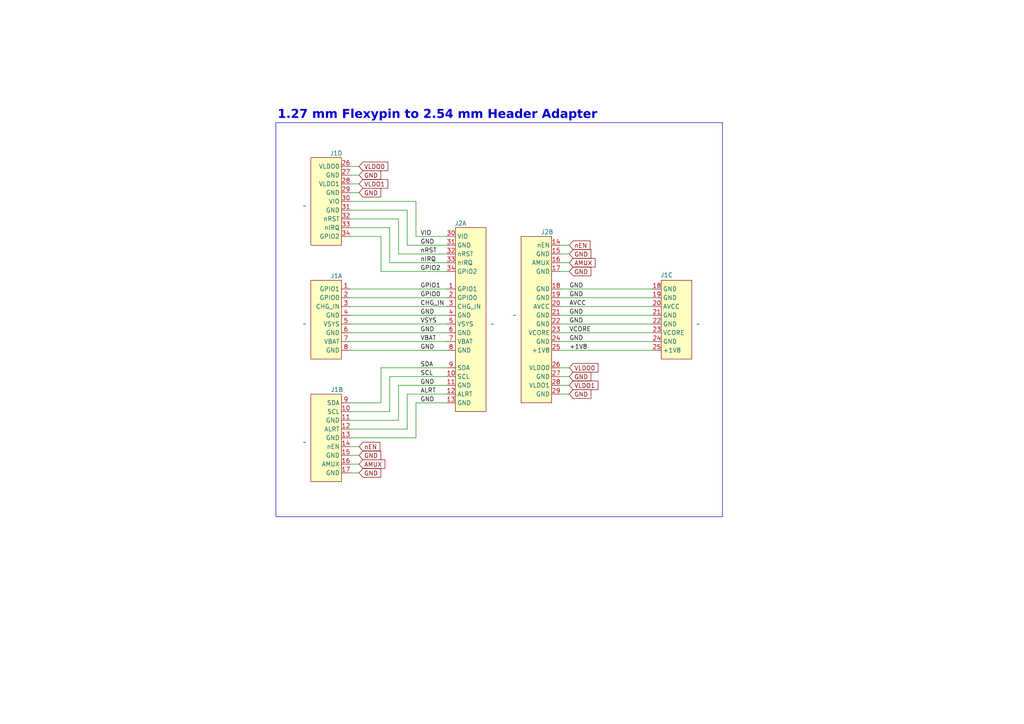
<source format=kicad_sch>
(kicad_sch (version 20231120) (generator "eeschema") (generator_version "8.0")
  (paper "A4")
  (title_block (title "[1] 1.27 mm Flexypin to 2.54 mm Header Adapter") (rev "0.1") (company "Embedded Systems Laboratory - EPFL"))
  (lib_symbols
    (symbol "HeepoMind_SchLib:Power_Board_Header_Conn_2.54mm"
      (property "Reference" "J" (at 0.762 1.27 0))
      (symbol "Power_Board_Header_Conn_2.54mm_1_1"
        (rectangle (start 0 0) (end 8.89 -53.34) (stroke (width 0) (color 128 0 0 1)) (fill (type background)))
        (pin passive line (at -2.54 -17.78 0) (length 2.54) (name "GPIO1") (number "1"))
        (pin passive line (at -2.54 -43.18 0) (length 2.54) (name "SCL") (number "10"))
        (pin passive line (at -2.54 -45.72 0) (length 2.54) (name "GND") (number "11"))
        (pin passive line (at -2.54 -48.26 0) (length 2.54) (name "ALRT") (number "12"))
        (pin passive line (at -2.54 -50.8 0) (length 2.54) (name "GND") (number "13"))
        (pin passive line (at -2.54 -20.32 0) (length 2.54) (name "GPIO0") (number "2"))
        (pin passive line (at -2.54 -22.86 0) (length 2.54) (name "CHG_IN") (number "3"))
        (pin passive line (at -2.54 -2.54 0) (length 2.54) (name "VIO") (number "30"))
        (pin passive line (at -2.54 -5.08 0) (length 2.54) (name "GND") (number "31"))
        (pin passive line (at -2.54 -7.62 0) (length 2.54) (name "nRST") (number "32"))
        (pin passive line (at -2.54 -10.16 0) (length 2.54) (name "nIRQ") (number "33"))
        (pin passive line (at -2.54 -12.7 0) (length 2.54) (name "GPIO2") (number "34"))
        (pin passive line (at -2.54 -25.4 0) (length 2.54) (name "GND") (number "4"))
        (pin passive line (at -2.54 -27.94 0) (length 2.54) (name "VSYS") (number "5"))
        (pin passive line (at -2.54 -30.48 0) (length 2.54) (name "GND") (number "6"))
        (pin passive line (at -2.54 -33.02 0) (length 2.54) (name "VBAT") (number "7"))
        (pin passive line (at -2.54 -35.56 0) (length 2.54) (name "GND") (number "8"))
        (pin passive line (at -2.54 -40.64 0) (length 2.54) (name "SDA") (number "9"))
      )
      (symbol "Power_Board_Header_Conn_2.54mm_2_1"
        (rectangle (start 0 0) (end 8.89 -48.26) (stroke (width 0) (color 128 0 0 1)) (fill (type background)))
        (pin passive line (at -2.54 -45.72 0) (length 2.54) (name "nEN") (number "14"))
        (pin passive line (at -2.54 -43.18 0) (length 2.54) (name "GND") (number "15"))
        (pin passive line (at -2.54 -40.64 0) (length 2.54) (name "AMUX") (number "16"))
        (pin passive line (at -2.54 -38.1 0) (length 2.54) (name "GND") (number "17"))
        (pin passive line (at -2.54 -33.02 0) (length 2.54) (name "GND") (number "18"))
        (pin passive line (at -2.54 -30.48 0) (length 2.54) (name "GND") (number "19"))
        (pin passive line (at -2.54 -27.94 0) (length 2.54) (name "AVCC") (number "20"))
        (pin passive line (at -2.54 -25.4 0) (length 2.54) (name "GND") (number "21"))
        (pin passive line (at -2.54 -22.86 0) (length 2.54) (name "GND") (number "22"))
        (pin passive line (at -2.54 -20.32 0) (length 2.54) (name "VCORE") (number "23"))
        (pin passive line (at -2.54 -17.78 0) (length 2.54) (name "GND") (number "24"))
        (pin passive line (at -2.54 -15.24 0) (length 2.54) (name "+1V8") (number "25"))
        (pin passive line (at -2.54 -10.16 0) (length 2.54) (name "VLDO0") (number "26"))
        (pin passive line (at -2.54 -7.62 0) (length 2.54) (name "GND") (number "27"))
        (pin passive line (at -2.54 -5.08 0) (length 2.54) (name "VLDO1") (number "28"))
        (pin passive line (at -2.54 -2.54 0) (length 2.54) (name "GND") (number "29"))
      )
    )
    (symbol "HeepoMind_SchLib:Power_Board_Socket_Conn_1.27mm" (in_bom no)
      (property "Reference" "J" (at 0.508 1.778 0))
      (symbol "Power_Board_Socket_Conn_1.27mm_1_1"
        (rectangle (start 0 0) (end 8.89 -22.86) (stroke (width 0) (color 128 0 0 1)) (fill (type background)))
        (pin passive line (at -2.54 -2.54 0) (length 2.54) (name "GPIO1") (number "1"))
        (pin passive line (at -2.54 -5.08 0) (length 2.54) (name "GPIO0") (number "2"))
        (pin passive line (at -2.54 -7.62 0) (length 2.54) (name "CHG_IN") (number "3"))
        (pin passive line (at -2.54 -10.16 0) (length 2.54) (name "GND") (number "4"))
        (pin passive line (at -2.54 -12.7 0) (length 2.54) (name "VSYS") (number "5"))
        (pin passive line (at -2.54 -15.24 0) (length 2.54) (name "GND") (number "6"))
        (pin passive line (at -2.54 -17.78 0) (length 2.54) (name "VBAT") (number "7"))
        (pin passive line (at -2.54 -20.32 0) (length 2.54) (name "GND") (number "8"))
      )
      (symbol "Power_Board_Socket_Conn_1.27mm_2_1"
        (rectangle (start 0 0) (end 8.89 -25.4) (stroke (width 0) (color 128 0 0 1)) (fill (type background)))
        (pin passive line (at -2.54 -5.08 0) (length 2.54) (name "SCL") (number "10"))
        (pin passive line (at -2.54 -7.62 0) (length 2.54) (name "GND") (number "11"))
        (pin passive line (at -2.54 -10.16 0) (length 2.54) (name "ALRT") (number "12"))
        (pin passive line (at -2.54 -12.7 0) (length 2.54) (name "GND") (number "13"))
        (pin passive line (at -2.54 -15.24 0) (length 2.54) (name "nEN") (number "14"))
        (pin passive line (at -2.54 -17.78 0) (length 2.54) (name "GND") (number "15"))
        (pin passive line (at -2.54 -20.32 0) (length 2.54) (name "AMUX") (number "16"))
        (pin passive line (at -2.54 -22.86 0) (length 2.54) (name "GND") (number "17"))
        (pin passive line (at -2.54 -2.54 0) (length 2.54) (name "SDA") (number "9"))
      )
      (symbol "Power_Board_Socket_Conn_1.27mm_3_1"
        (rectangle (start 0 0) (end 8.89 -22.86) (stroke (width 0) (color 128 0 0 1)) (fill (type background)))
        (pin passive line (at -2.54 -2.54 0) (length 2.54) (name "GND") (number "18"))
        (pin passive line (at -2.54 -5.08 0) (length 2.54) (name "GND") (number "19"))
        (pin passive line (at -2.54 -7.62 0) (length 2.54) (name "AVCC") (number "20"))
        (pin passive line (at -2.54 -10.16 0) (length 2.54) (name "GND") (number "21"))
        (pin passive line (at -2.54 -12.7 0) (length 2.54) (name "GND") (number "22"))
        (pin passive line (at -2.54 -15.24 0) (length 2.54) (name "VCORE") (number "23"))
        (pin passive line (at -2.54 -17.78 0) (length 2.54) (name "GND") (number "24"))
        (pin passive line (at -2.54 -20.32 0) (length 2.54) (name "+1V8") (number "25"))
      )
      (symbol "Power_Board_Socket_Conn_1.27mm_4_1"
        (rectangle (start 0 0) (end 8.89 -25.4) (stroke (width 0) (color 128 0 0 1)) (fill (type background)))
        (pin passive line (at -2.54 -2.54 0) (length 2.54) (name "VLDO0") (number "26"))
        (pin passive line (at -2.54 -5.08 0) (length 2.54) (name "GND") (number "27"))
        (pin passive line (at -2.54 -7.62 0) (length 2.54) (name "VLDO1") (number "28"))
        (pin passive line (at -2.54 -10.16 0) (length 2.54) (name "GND") (number "29"))
        (pin passive line (at -2.54 -12.7 0) (length 2.54) (name "VIO") (number "30"))
        (pin passive line (at -2.54 -15.24 0) (length 2.54) (name "GND") (number "31"))
        (pin passive line (at -2.54 -17.78 0) (length 2.54) (name "nRST") (number "32"))
        (pin passive line (at -2.54 -20.32 0) (length 2.54) (name "nIRQ") (number "33"))
        (pin passive line (at -2.54 -22.86 0) (length 2.54) (name "GPIO2") (number "34"))
      )
    )
  )
  (wire (pts (xy 101.6 83.82) (xy 129.54 83.82)))
  (wire (pts (xy 101.6 50.8) (xy 104.14 50.8)))
  (wire (pts (xy 165.1 109.22) (xy 162.56 109.22)))
  (wire (pts (xy 110.49 116.84) (xy 110.49 106.68)))
  (wire (pts (xy 101.6 86.36) (xy 129.54 86.36)))
  (wire (pts (xy 165.1 106.68) (xy 162.56 106.68)))
  (wire (pts (xy 110.49 68.58) (xy 110.49 78.74)))
  (wire (pts (xy 115.57 63.5) (xy 115.57 73.66)))
  (wire (pts (xy 113.03 119.38) (xy 113.03 109.22)))
  (wire (pts (xy 118.11 60.96) (xy 118.11 71.12)))
  (wire (pts (xy 113.03 76.2) (xy 129.54 76.2)))
  (wire (pts (xy 101.6 101.6) (xy 129.54 101.6)))
  (wire (pts (xy 110.49 106.68) (xy 129.54 106.68)))
  (wire (pts (xy 120.65 58.42) (xy 120.65 68.58)))
  (wire (pts (xy 101.6 119.38) (xy 113.03 119.38)))
  (wire (pts (xy 101.6 99.06) (xy 129.54 99.06)))
  (wire (pts (xy 165.1 76.2) (xy 162.56 76.2)))
  (wire (pts (xy 189.23 93.98) (xy 162.56 93.98)))
  (wire (pts (xy 101.6 66.04) (xy 113.03 66.04)))
  (wire (pts (xy 115.57 73.66) (xy 129.54 73.66)))
  (wire (pts (xy 101.6 93.98) (xy 129.54 93.98)))
  (wire (pts (xy 189.23 83.82) (xy 162.56 83.82)))
  (wire (pts (xy 101.6 121.92) (xy 115.57 121.92)))
  (wire (pts (xy 101.6 96.52) (xy 129.54 96.52)))
  (wire (pts (xy 120.65 127) (xy 120.65 116.84)))
  (wire (pts (xy 162.56 99.06) (xy 189.23 99.06)))
  (wire (pts (xy 165.1 114.3) (xy 162.56 114.3)))
  (wire (pts (xy 110.49 78.74) (xy 129.54 78.74)))
  (wire (pts (xy 120.65 116.84) (xy 129.54 116.84)))
  (wire (pts (xy 189.23 88.9) (xy 162.56 88.9)))
  (wire (pts (xy 189.23 86.36) (xy 162.56 86.36)))
  (wire (pts (xy 101.6 88.9) (xy 129.54 88.9)))
  (wire (pts (xy 189.23 91.44) (xy 162.56 91.44)))
  (wire (pts (xy 101.6 60.96) (xy 118.11 60.96)))
  (wire (pts (xy 118.11 71.12) (xy 129.54 71.12)))
  (wire (pts (xy 165.1 111.76) (xy 162.56 111.76)))
  (wire (pts (xy 101.6 53.34) (xy 104.14 53.34)))
  (wire (pts (xy 101.6 116.84) (xy 110.49 116.84)))
  (wire (pts (xy 101.6 48.26) (xy 104.14 48.26)))
  (wire (pts (xy 118.11 114.3) (xy 129.54 114.3)))
  (wire (pts (xy 189.23 96.52) (xy 162.56 96.52)))
  (wire (pts (xy 101.6 124.46) (xy 118.11 124.46)))
  (wire (pts (xy 113.03 109.22) (xy 129.54 109.22)))
  (wire (pts (xy 165.1 78.74) (xy 162.56 78.74)))
  (wire (pts (xy 101.6 127) (xy 120.65 127)))
  (wire (pts (xy 120.65 68.58) (xy 129.54 68.58)))
  (wire (pts (xy 118.11 124.46) (xy 118.11 114.3)))
  (wire (pts (xy 104.14 134.62) (xy 101.6 134.62)))
  (wire (pts (xy 189.23 101.6) (xy 162.56 101.6)))
  (wire (pts (xy 104.14 137.16) (xy 101.6 137.16)))
  (wire (pts (xy 165.1 71.12) (xy 162.56 71.12)))
  (wire (pts (xy 115.57 111.76) (xy 129.54 111.76)))
  (wire (pts (xy 101.6 68.58) (xy 110.49 68.58)))
  (wire (pts (xy 101.6 55.88) (xy 104.14 55.88)))
  (wire (pts (xy 101.6 63.5) (xy 115.57 63.5)))
  (wire (pts (xy 101.6 91.44) (xy 129.54 91.44)))
  (wire (pts (xy 165.1 73.66) (xy 162.56 73.66)))
  (wire (pts (xy 104.14 129.54) (xy 101.6 129.54)))
  (wire (pts (xy 101.6 58.42) (xy 120.65 58.42)))
  (wire (pts (xy 113.03 66.04) (xy 113.03 76.2)))
  (wire (pts (xy 104.14 132.08) (xy 101.6 132.08)))
  (wire (pts (xy 115.57 121.92) (xy 115.57 111.76)))
  (rectangle (start 80.01 35.56) (end 209.55 149.86))
  (text "1.27 mm Flexypin to 2.54 mm Header Adapter" (at 80.518 34.036 0) (effects (font (size 2.54 2.54) (thickness 0.254) (bold yes) (italic yes)) (justify left)))
  (label "GND" (at 121.92 96.52 0))
  (label "VCORE" (at 165.1 96.52 0))
  (label "nRST" (at 121.92 73.66 0))
  (label "GPIO2" (at 121.92 78.74 0))
  (label "nIRQ" (at 121.92 76.2 0))
  (label "+1V8" (at 165.1 101.6 0))
  (label "VSYS" (at 121.92 93.98 0))
  (label "GPIO0" (at 121.92 86.36 0))
  (label "GND" (at 165.1 93.98 0))
  (label "ALRT" (at 121.92 114.3 0))
  (label "AVCC" (at 165.1 88.9 0))
  (label "VBAT" (at 121.92 99.06 0))
  (label "CHG_IN" (at 121.92 88.9 0))
  (label "GND" (at 121.92 71.12 0))
  (label "GND" (at 121.92 101.6 0))
  (label "GND" (at 165.1 86.36 0))
  (label "SDA" (at 121.92 106.68 0))
  (label "GND" (at 165.1 83.82 0))
  (label "VIO" (at 121.92 68.58 0))
  (label "GND" (at 121.92 91.44 0))
  (label "GND" (at 165.1 91.44 0))
  (label "GND" (at 121.92 111.76 0))
  (label "GPIO1" (at 121.92 83.82 0))
  (label "GND" (at 121.92 116.84 0))
  (label "GND" (at 165.1 99.06 0))
  (label "SCL" (at 121.92 109.22 0))
  (global_label "AMUX" (shape input) (at 165.1 76.2 0) (property "Intersheetrefs" "${INTERSHEET_REFS}" (effects (hide yes))))
  (global_label "VLDO1" (shape input) (at 165.1 111.76 0) (property "Intersheetrefs" "${INTERSHEET_REFS}" (effects (hide yes))))
  (global_label "GND" (shape input) (at 104.14 55.88 0) (property "Intersheetrefs" "${INTERSHEET_REFS}" (effects (hide yes))))
  (global_label "GND" (shape input) (at 104.14 137.16 0) (property "Intersheetrefs" "${INTERSHEET_REFS}" (effects (hide yes))))
  (global_label "GND" (shape input) (at 165.1 78.74 0) (property "Intersheetrefs" "${INTERSHEET_REFS}" (effects (hide yes))))
  (global_label "VLDO0" (shape input) (at 104.14 48.26 0) (property "Intersheetrefs" "${INTERSHEET_REFS}" (effects (hide yes))))
  (global_label "GND" (shape input) (at 165.1 73.66 0) (property "Intersheetrefs" "${INTERSHEET_REFS}" (effects (hide yes))))
  (global_label "nEN" (shape input) (at 165.1 71.12 0) (property "Intersheetrefs" "${INTERSHEET_REFS}" (effects (hide yes))))
  (global_label "GND" (shape input) (at 165.1 109.22 0) (property "Intersheetrefs" "${INTERSHEET_REFS}" (effects (hide yes))))
  (global_label "nEN" (shape input) (at 104.14 129.54 0) (property "Intersheetrefs" "${INTERSHEET_REFS}" (effects (hide yes))))
  (global_label "VLDO1" (shape input) (at 104.14 53.34 0) (property "Intersheetrefs" "${INTERSHEET_REFS}" (effects (hide yes))))
  (global_label "AMUX" (shape input) (at 104.14 134.62 0) (property "Intersheetrefs" "${INTERSHEET_REFS}" (effects (hide yes))))
  (global_label "GND" (shape input) (at 104.14 50.8 0) (property "Intersheetrefs" "${INTERSHEET_REFS}" (effects (hide yes))))
  (global_label "GND" (shape input) (at 104.14 132.08 0) (property "Intersheetrefs" "${INTERSHEET_REFS}" (effects (hide yes))))
  (global_label "VLDO0" (shape input) (at 165.1 106.68 0) (property "Intersheetrefs" "${INTERSHEET_REFS}" (effects (hide yes))))
  (global_label "GND" (shape input) (at 165.1 114.3 0) (property "Intersheetrefs" "${INTERSHEET_REFS}" (effects (hide yes))))
  (symbol (lib_id "HeepoMind_SchLib:Power_Board_Socket_Conn_1.27mm") (at 99.06 114.3 0) (mirror y) (unit 2) (in_bom no)
    (property "Reference" "J1" (at 99.568 113.03 0) (effects (justify left)))
    (property "Value" "~" (at 88.9 128.27 0) (effects (justify left)))
    (property "Footprint" "HeepoMind_PcbLib:Power_Board_Socket_Conn_1.27mm" (effects (hide yes)))
    (property "Description" "Power_Board_Socket_Conn_1.27mm" (effects (hide yes)))
  )
  (symbol (lib_id "HeepoMind_SchLib:Power_Board_Header_Conn_2.54mm") (at 132.08 66.04 0) (unit 1)
    (property "Reference" "J2" (at 131.826 64.77 0) (effects (justify left)))
    (property "Value" "~" (at 142.24 93.98 0) (effects (justify left)))
    (property "Footprint" "HeepoMind_PcbLib:Power_Board_Header_Conn_2.54mm" (effects (hide yes)))
  )
  (symbol (lib_id "HeepoMind_SchLib:Power_Board_Socket_Conn_1.27mm") (at 99.06 45.72 0) (mirror y) (unit 4) (in_bom no)
    (property "Reference" "J1" (at 99.314 44.45 0) (effects (justify left)))
    (property "Value" "~" (at 88.9 59.69 0) (effects (justify left)))
    (property "Footprint" "HeepoMind_PcbLib:Power_Board_Socket_Conn_1.27mm" (effects (hide yes)))
    (property "Description" "Power_Board_Socket_Conn_1.27mm" (effects (hide yes)))
  )
  (symbol (lib_id "HeepoMind_SchLib:Power_Board_Socket_Conn_1.27mm") (at 191.77 81.28 0) (unit 3) (in_bom no)
    (property "Reference" "J1" (at 191.516 79.756 0) (effects (justify left)))
    (property "Value" "~" (at 201.93 93.98 0) (effects (justify left)))
    (property "Footprint" "HeepoMind_PcbLib:Power_Board_Socket_Conn_1.27mm" (effects (hide yes)))
    (property "Description" "Power_Board_Socket_Conn_1.27mm" (effects (hide yes)))
  )
  (symbol (lib_id "HeepoMind_SchLib:Power_Board_Header_Conn_2.54mm") (at 160.02 116.84 180) (unit 2)
    (property "Reference" "J2" (at 160.528 67.31 0) (effects (justify left)))
    (property "Value" "~" (at 149.86 91.44 0) (effects (justify left)))
    (property "Footprint" "HeepoMind_PcbLib:Power_Board_Header_Conn_2.54mm" (effects (hide yes)))
  )
  (symbol (lib_id "HeepoMind_SchLib:Power_Board_Socket_Conn_1.27mm") (at 99.06 81.28 0) (mirror y) (unit 1) (in_bom no)
    (property "Reference" "J1" (at 99.314 80.01 0) (effects (justify left)))
    (property "Value" "~" (at 88.9 93.98 0) (effects (justify left)))
    (property "Footprint" "HeepoMind_PcbLib:Power_Board_Socket_Conn_1.27mm" (effects (hide yes)))
    (property "Description" "Power_Board_Socket_Conn_1.27mm" (effects (hide yes)))
  )
)
</source>
